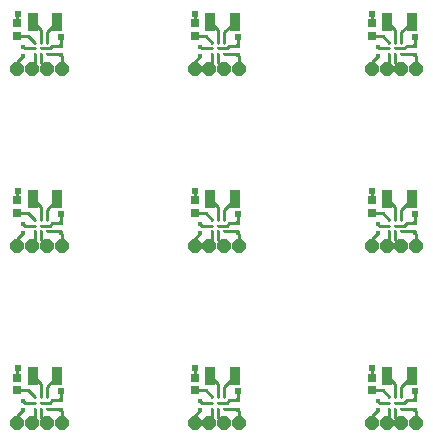
<source format=gtl>
G75*
%MOIN*%
%OFA0B0*%
%FSLAX24Y24*%
%IPPOS*%
%LPD*%
%AMOC8*
5,1,8,0,0,1.08239X$1,22.5*
%
%ADD10C,0.0098*%
%ADD11R,0.0380X0.0600*%
%ADD12R,0.0170X0.0170*%
%ADD13R,0.0300X0.0270*%
%ADD14OC8,0.0436*%
%ADD15C,0.0238*%
%ADD16C,0.0100*%
D10*
X003978Y003643D03*
X004175Y003643D03*
X004372Y003643D03*
X004372Y003840D03*
X004372Y004037D03*
X004175Y004037D03*
X004175Y003840D03*
X003978Y003840D03*
X003978Y004037D03*
X003978Y009549D03*
X003978Y009746D03*
X003978Y009943D03*
X004175Y009943D03*
X004372Y009943D03*
X004372Y009746D03*
X004372Y009549D03*
X004175Y009549D03*
X004175Y009746D03*
X004175Y015454D03*
X004372Y015454D03*
X004372Y015651D03*
X004372Y015848D03*
X004175Y015848D03*
X004175Y015651D03*
X003978Y015651D03*
X003978Y015454D03*
X003978Y015848D03*
X009883Y015848D03*
X009883Y015651D03*
X009883Y015454D03*
X010080Y015454D03*
X010277Y015454D03*
X010277Y015651D03*
X010080Y015651D03*
X010080Y015848D03*
X010277Y015848D03*
X015789Y015848D03*
X015789Y015651D03*
X015789Y015454D03*
X015986Y015454D03*
X016183Y015454D03*
X016183Y015651D03*
X016183Y015848D03*
X015986Y015848D03*
X015986Y015651D03*
X015986Y009943D03*
X016183Y009943D03*
X016183Y009746D03*
X015986Y009746D03*
X015789Y009746D03*
X015789Y009943D03*
X015789Y009549D03*
X015986Y009549D03*
X016183Y009549D03*
X016183Y004037D03*
X016183Y003840D03*
X016183Y003643D03*
X015986Y003643D03*
X015789Y003643D03*
X015789Y003840D03*
X015986Y003840D03*
X015986Y004037D03*
X015789Y004037D03*
X010277Y004037D03*
X010080Y004037D03*
X009883Y004037D03*
X009883Y003840D03*
X009883Y003643D03*
X010080Y003643D03*
X010080Y003840D03*
X010277Y003840D03*
X010277Y003643D03*
X010277Y009549D03*
X010277Y009746D03*
X010277Y009943D03*
X010080Y009943D03*
X009883Y009943D03*
X009883Y009746D03*
X009883Y009549D03*
X010080Y009549D03*
X010080Y009746D03*
D11*
X009808Y010631D03*
X010628Y010631D03*
X015714Y010631D03*
X016534Y010631D03*
X016534Y004726D03*
X015714Y004726D03*
X010628Y004726D03*
X009808Y004726D03*
X004723Y004726D03*
X003903Y004726D03*
X003903Y010631D03*
X004723Y010631D03*
X004723Y016537D03*
X003903Y016537D03*
X009808Y016537D03*
X010628Y016537D03*
X015714Y016537D03*
X016534Y016537D03*
D12*
X016635Y015727D03*
X016635Y015417D03*
X015395Y015398D03*
X015395Y015708D03*
X010730Y015727D03*
X010730Y015417D03*
X009490Y015398D03*
X009490Y015708D03*
X004824Y015727D03*
X004824Y015417D03*
X003584Y015398D03*
X003584Y015708D03*
X003584Y009802D03*
X003584Y009492D03*
X004824Y009512D03*
X004824Y009822D03*
X009490Y009802D03*
X009490Y009492D03*
X010730Y009512D03*
X010730Y009822D03*
X015395Y009802D03*
X015395Y009492D03*
X016635Y009512D03*
X016635Y009822D03*
X016635Y003916D03*
X016635Y003606D03*
X015395Y003587D03*
X015395Y003897D03*
X010730Y003916D03*
X010730Y003606D03*
X009490Y003587D03*
X009490Y003897D03*
X004824Y003916D03*
X004824Y003606D03*
X003584Y003587D03*
X003584Y003897D03*
D13*
X003387Y004260D03*
X003387Y004680D03*
X003387Y010166D03*
X003387Y010586D03*
X003387Y016071D03*
X003387Y016491D03*
X009293Y016491D03*
X009293Y016071D03*
X009293Y010586D03*
X009293Y010166D03*
X009293Y004680D03*
X009293Y004260D03*
X015198Y004260D03*
X015198Y004680D03*
X015198Y010166D03*
X015198Y010586D03*
X015198Y016071D03*
X015198Y016491D03*
D14*
X015198Y014962D03*
X015691Y014962D03*
X016183Y014962D03*
X016675Y014962D03*
X010769Y014962D03*
X010277Y014962D03*
X009785Y014962D03*
X009293Y014962D03*
X004864Y014962D03*
X004372Y014962D03*
X003880Y014962D03*
X003387Y014962D03*
X003387Y009057D03*
X003880Y009057D03*
X004372Y009057D03*
X004864Y009057D03*
X009293Y009057D03*
X009785Y009057D03*
X010277Y009057D03*
X010769Y009057D03*
X015198Y009057D03*
X015691Y009057D03*
X016183Y009057D03*
X016675Y009057D03*
X016675Y003151D03*
X016183Y003151D03*
X015691Y003151D03*
X015198Y003151D03*
X010769Y003151D03*
X010277Y003151D03*
X009785Y003151D03*
X009293Y003151D03*
X004864Y003151D03*
X004372Y003151D03*
X003880Y003151D03*
X003387Y003151D03*
D15*
X004824Y004234D03*
X003407Y004982D03*
X004824Y010139D03*
X003407Y010887D03*
X004824Y016045D03*
X003407Y016793D03*
X009313Y016793D03*
X010730Y016045D03*
X015218Y016793D03*
X016635Y016045D03*
X015218Y010887D03*
X016635Y010139D03*
X015218Y004982D03*
X016635Y004234D03*
X010730Y004234D03*
X009313Y004982D03*
X010730Y010139D03*
X009313Y010887D03*
D16*
X003387Y003390D02*
X003387Y003151D01*
X003387Y003390D02*
X003584Y003587D01*
X003641Y003840D02*
X003584Y003897D01*
X003641Y003840D02*
X003978Y003840D01*
X003978Y003643D02*
X003978Y003250D01*
X003880Y003151D01*
X004175Y003348D02*
X004372Y003151D01*
X004175Y003348D02*
X004175Y003643D01*
X004372Y003643D02*
X004788Y003643D01*
X004824Y003606D01*
X004864Y003567D01*
X004864Y003151D01*
X004824Y003606D02*
X004824Y003643D01*
X004824Y003916D02*
X004822Y003919D01*
X004549Y003919D01*
X004470Y003840D01*
X004372Y003840D01*
X004175Y003840D01*
X004175Y004037D02*
X004175Y004454D01*
X003903Y004726D01*
X003755Y004260D02*
X003387Y004260D01*
X003755Y004260D02*
X003978Y004037D01*
X004372Y004037D02*
X004372Y004375D01*
X004723Y004726D01*
X004824Y004234D02*
X004824Y003916D01*
X003387Y004680D02*
X003387Y004923D01*
X003407Y004982D01*
X003387Y009057D02*
X003387Y009295D01*
X003584Y009492D01*
X003641Y009746D02*
X003584Y009802D01*
X003641Y009746D02*
X003978Y009746D01*
X003978Y009943D02*
X003755Y010166D01*
X003387Y010166D01*
X003387Y010586D02*
X003387Y010828D01*
X003407Y010887D01*
X003903Y010631D02*
X004175Y010359D01*
X004175Y009943D01*
X004372Y009943D02*
X004372Y010281D01*
X004723Y010631D01*
X004824Y010139D02*
X004824Y009822D01*
X004822Y009824D01*
X004549Y009824D01*
X004470Y009746D01*
X004372Y009746D01*
X004175Y009746D01*
X004175Y009549D02*
X004175Y009254D01*
X004372Y009057D01*
X003978Y009155D02*
X003880Y009057D01*
X003978Y009155D02*
X003978Y009549D01*
X004372Y009549D02*
X004788Y009549D01*
X004824Y009512D01*
X004864Y009473D01*
X004864Y009057D01*
X004824Y009512D02*
X004824Y009549D01*
X009293Y009295D02*
X009293Y009057D01*
X009293Y009295D02*
X009490Y009492D01*
X009546Y009746D02*
X009490Y009802D01*
X009546Y009746D02*
X009883Y009746D01*
X009883Y009943D02*
X009660Y010166D01*
X009293Y010166D01*
X009293Y010586D02*
X009293Y010828D01*
X009313Y010887D01*
X009808Y010631D02*
X010080Y010359D01*
X010080Y009943D01*
X010277Y009943D02*
X010277Y010281D01*
X010628Y010631D01*
X010730Y010139D02*
X010730Y009822D01*
X010727Y009824D01*
X010454Y009824D01*
X010376Y009746D01*
X010277Y009746D01*
X010080Y009746D01*
X010080Y009549D02*
X010080Y009254D01*
X010277Y009057D01*
X009883Y009155D02*
X009785Y009057D01*
X009883Y009155D02*
X009883Y009549D01*
X010277Y009549D02*
X010693Y009549D01*
X010730Y009512D01*
X010769Y009473D01*
X010769Y009057D01*
X010730Y009512D02*
X010730Y009549D01*
X015198Y009295D02*
X015198Y009057D01*
X015198Y009295D02*
X015395Y009492D01*
X015452Y009746D02*
X015395Y009802D01*
X015452Y009746D02*
X015789Y009746D01*
X015789Y009943D02*
X015566Y010166D01*
X015198Y010166D01*
X015198Y010586D02*
X015198Y010828D01*
X015218Y010887D01*
X015714Y010631D02*
X015986Y010359D01*
X015986Y009943D01*
X016183Y009943D02*
X016183Y010281D01*
X016534Y010631D01*
X016635Y010139D02*
X016635Y009822D01*
X016633Y009824D01*
X016360Y009824D01*
X016281Y009746D01*
X016183Y009746D01*
X015986Y009746D01*
X015986Y009549D02*
X015986Y009254D01*
X016183Y009057D01*
X015789Y009155D02*
X015691Y009057D01*
X015789Y009155D02*
X015789Y009549D01*
X016183Y009549D02*
X016599Y009549D01*
X016635Y009512D01*
X016675Y009473D01*
X016675Y009057D01*
X016635Y009512D02*
X016635Y009549D01*
X015218Y004982D02*
X015198Y004923D01*
X015198Y004680D01*
X015198Y004260D02*
X015566Y004260D01*
X015789Y004037D01*
X015986Y004037D02*
X015986Y004454D01*
X015714Y004726D01*
X016183Y004375D02*
X016534Y004726D01*
X016183Y004375D02*
X016183Y004037D01*
X016183Y003840D02*
X015986Y003840D01*
X016183Y003840D02*
X016281Y003840D01*
X016360Y003919D01*
X016633Y003919D01*
X016635Y003916D01*
X016635Y004234D01*
X016635Y003643D02*
X016635Y003606D01*
X016675Y003567D01*
X016675Y003151D01*
X016183Y003151D02*
X015986Y003348D01*
X015986Y003643D01*
X016183Y003643D02*
X016599Y003643D01*
X016635Y003606D01*
X015789Y003643D02*
X015789Y003250D01*
X015691Y003151D01*
X015198Y003151D02*
X015198Y003390D01*
X015395Y003587D01*
X015452Y003840D02*
X015395Y003897D01*
X015452Y003840D02*
X015789Y003840D01*
X010769Y003567D02*
X010769Y003151D01*
X010769Y003567D02*
X010730Y003606D01*
X010693Y003643D01*
X010277Y003643D01*
X010080Y003643D02*
X010080Y003348D01*
X010277Y003151D01*
X009883Y003250D02*
X009785Y003151D01*
X009883Y003250D02*
X009883Y003643D01*
X009883Y003840D02*
X009546Y003840D01*
X009490Y003897D01*
X009490Y003587D02*
X009293Y003390D01*
X009293Y003151D01*
X010080Y003840D02*
X010277Y003840D01*
X010376Y003840D01*
X010454Y003919D01*
X010727Y003919D01*
X010730Y003916D01*
X010730Y004234D01*
X010277Y004375D02*
X010628Y004726D01*
X010277Y004375D02*
X010277Y004037D01*
X010080Y004037D02*
X010080Y004454D01*
X009808Y004726D01*
X009660Y004260D02*
X009293Y004260D01*
X009660Y004260D02*
X009883Y004037D01*
X009293Y004680D02*
X009293Y004923D01*
X009313Y004982D01*
X010730Y003643D02*
X010730Y003606D01*
X010769Y014962D02*
X010769Y015378D01*
X010730Y015417D01*
X010693Y015454D01*
X010277Y015454D01*
X010080Y015454D02*
X010080Y015159D01*
X010277Y014962D01*
X009883Y015061D02*
X009883Y015454D01*
X009883Y015651D02*
X009546Y015651D01*
X009490Y015708D01*
X009490Y015398D02*
X009293Y015201D01*
X009293Y014962D01*
X009785Y014962D02*
X009883Y015061D01*
X010080Y015651D02*
X010277Y015651D01*
X010376Y015651D01*
X010454Y015730D01*
X010727Y015730D01*
X010730Y015727D01*
X010730Y016045D01*
X010277Y016186D02*
X010277Y015848D01*
X010080Y015848D02*
X010080Y016265D01*
X009808Y016537D01*
X010277Y016186D02*
X010628Y016537D01*
X009883Y015848D02*
X009660Y016071D01*
X009293Y016071D01*
X009293Y016491D02*
X009293Y016734D01*
X009313Y016793D01*
X010730Y015454D02*
X010730Y015417D01*
X015198Y015201D02*
X015198Y014962D01*
X015198Y015201D02*
X015395Y015398D01*
X015452Y015651D02*
X015395Y015708D01*
X015452Y015651D02*
X015789Y015651D01*
X015789Y015454D02*
X015789Y015061D01*
X015691Y014962D01*
X015986Y015159D02*
X015986Y015454D01*
X016183Y015454D02*
X016599Y015454D01*
X016635Y015417D01*
X016675Y015378D01*
X016675Y014962D01*
X016635Y015417D02*
X016635Y015454D01*
X016635Y015727D02*
X016633Y015730D01*
X016360Y015730D01*
X016281Y015651D01*
X016183Y015651D01*
X015986Y015651D01*
X015986Y015848D02*
X015986Y016265D01*
X015714Y016537D01*
X016183Y016186D02*
X016534Y016537D01*
X016183Y016186D02*
X016183Y015848D01*
X015789Y015848D02*
X015566Y016071D01*
X015198Y016071D01*
X015198Y016491D02*
X015198Y016734D01*
X015218Y016793D01*
X016635Y016045D02*
X016635Y015727D01*
X015986Y015159D02*
X016183Y014962D01*
X004864Y014962D02*
X004864Y015378D01*
X004824Y015417D01*
X004788Y015454D01*
X004372Y015454D01*
X004372Y015651D02*
X004175Y015651D01*
X004372Y015651D02*
X004470Y015651D01*
X004549Y015730D01*
X004822Y015730D01*
X004824Y015727D01*
X004824Y016045D01*
X004372Y016186D02*
X004723Y016537D01*
X004372Y016186D02*
X004372Y015848D01*
X004175Y015848D02*
X004175Y016265D01*
X003903Y016537D01*
X003387Y016491D02*
X003387Y016734D01*
X003407Y016793D01*
X003387Y016071D02*
X003755Y016071D01*
X003978Y015848D01*
X003978Y015651D02*
X003641Y015651D01*
X003584Y015708D01*
X003584Y015398D02*
X003387Y015201D01*
X003387Y014962D01*
X003880Y014962D02*
X003978Y015061D01*
X003978Y015454D01*
X004175Y015454D02*
X004175Y015159D01*
X004372Y014962D01*
X004824Y015417D02*
X004824Y015454D01*
M02*

</source>
